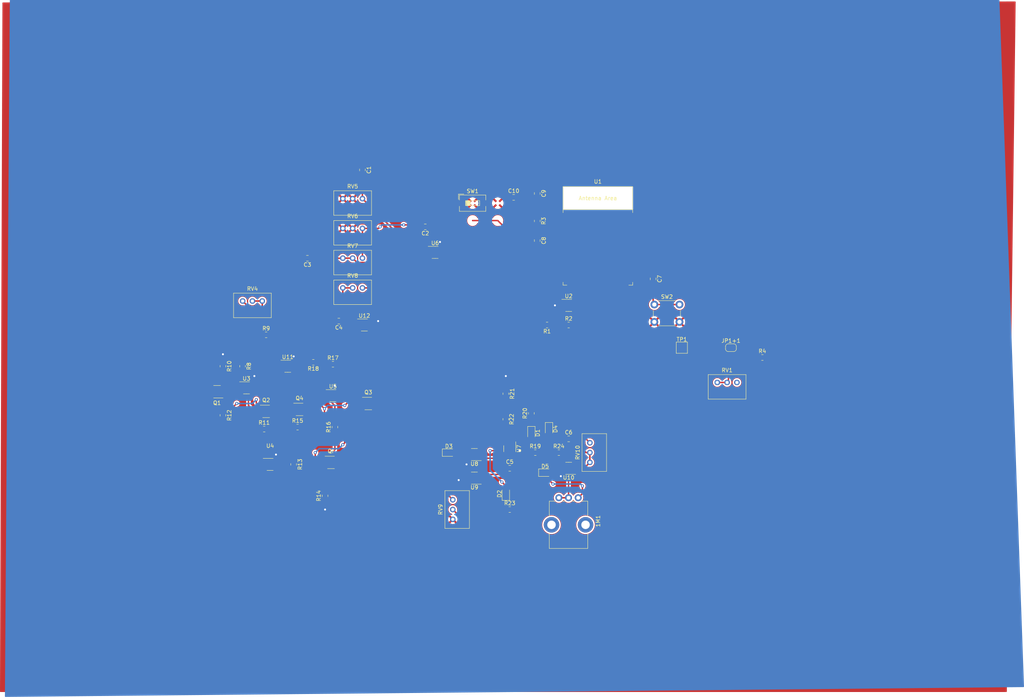
<source format=kicad_pcb>
(kicad_pcb (version 20221018) (generator pcbnew)
  (layers (0 "F.Cu" signal) (31 "B.Cu" signal) (34 "B.Paste" user) (35 "F.Paste" user) (36 "B.SilkS" user "B.Silkscreen") (37 "F.SilkS" user "F.Silkscreen") (38 "B.Mask" user) (39 "F.Mask" user) (44 "Edge.Cuts" user))
  (net 0 "")
  (net 1 "Net-(U6A-+)")
  (net 2 "Net-(U6A--)")
  (net 3 "LowPass Input")
  (net 4 "Net-(U6B-+)")
  (net 5 "GND")
  (net 6 "/2nd Order Filter/Filter Out")
  (net 7 "Net-(U1-GPIO0)")
  (net 8 "Net-(D1-A)")
  (net 9 "Net-(U10-+)")
  (net 10 "Net-(D1-K)")
  (net 11 "Net-(D2-K)")
  (net 12 "Net-(D2-A)")
  (net 13 "Net-(D3-K)")
  (net 14 "Net-(D3-A)")
  (net 15 "Net-(D4-K)")
  (net 16 "Net-(D4-A)")
  (net 17 "Net-(D5-A)")
  (net 18 "Net-(Q1-C)")
  (net 19 "Net-(Q1-B)")
  (net 20 "Net-(Q1-E)")
  (net 21 "Net-(Q2-E)")
  (net 22 "Net-(Q3-C)")
  (net 23 "Net-(Q3-B)")
  (net 24 "Net-(Q3-E)")
  (net 25 "Net-(Q4-E)")
  (net 26 "V_in+")
  (net 27 "Net-(U3-+)")
  (net 28 "Net-(R9-Pad1)")
  (net 29 "+12V")
  (net 30 "Net-(U4--)")
  (net 31 "Net-(U4-+)")
  (net 32 "Net-(U5--)")
  (net 33 "Net-(U5-+)")
  (net 34 "Net-(R17-Pad2)")
  (net 35 "V_Wavefolder+")
  (net 36 "Net-(U7--)")
  (net 37 "Net-(R23-Pad2)")
  (net 38 "Net-(U1-EN)")
  (net 39 "Net-(U10--)")
  (net 40 "+3.3V")
  (net 41 "Net-(U2--)")
  (net 42 "V_inWF+")
  (net 43 "ESP Out")
  (net 44 "V_inW+")
  (net 45 "EN_in+")
  (net 46 "Net-(U6B--)")
  (net 53 "Net-(U1-GPIO17{slash}U1TXD{slash}ADC2_CH6{slash}DAC_1)")
  (net 82 "V_in_EN+")
  (net 83 "Filter Output")
  (net 84 "Net-(JP1+1-A)")
  (net 85 "Net-(JP1+1-B)")
  (net 86 "V_out+")
  (footprint "Capacitor_SMD:C_0805_2012Metric" (layer "F.Cu") (at 63.1105 31.647 -90)
    (fp_text reference "C1")
    (fp_text value "C")
  )
  (footprint "Diode_SMD:D_0805_2012Metric" (layer "F.Cu") (at 110.3545 109.99)
    (fp_text reference "D5")
    (fp_text value "D")
  )
  (footprint "Package_TO_SOT_SMD:SOT-23-5_HandSoldering" (layer "F.Cu") (at 25.5185 89.051 180)
    (fp_text reference "Q1")
    (fp_text value "PNP")
  )
  (footprint "Package_TO_SOT_SMD:SOT-23-5" (layer "F.Cu") (at 33.1385 88.035)
    (fp_text reference "U3")
    (fp_text value "LM321")
  )
  (footprint "Package_TO_SOT_SMD:SOT-23-5_HandSoldering" (layer "F.Cu") (at 38.2185 94.131)
    (fp_text reference "Q2")
    (fp_text value "NPN")
  )
  (footprint "Resistor_SMD:R_0805_2012Metric" (layer "F.Cu") (at 45.3305 107.847 -90)
    (fp_text reference "R13")
    (fp_text value "20k")
  )
  (footprint "Button_Switch_SMD:SW_DIP_SPSTx01_Slide_6.7x4.1mm_W6.73mm_P2.54mm_LowProfile_JPin" (layer "F.Cu") (at 91.61 40.25)
    (fp_text reference "SW1")
    (fp_text value "Reset")
  )
  (footprint "Package_TO_SOT_SMD:TSOT-23-8" (layer "F.Cu") (at 81.9065 52.983)
    (fp_text reference "U6")
    (fp_text value "Opamp_Dual")
  )
  (footprint "Resistor_SMD:R_0805_2012Metric" (layer "F.Cu") (at 50.4105 81.431 180)
    (fp_text reference "R18")
    (fp_text value "1k")
  )
  (footprint "Potentiometer_THT:Potentiometer_Bourns_3299W_Vertical" (layer "F.Cu") (at 63.1205 54.478)
    (fp_text reference "RV7")
    (fp_text value "R_Potentiometer")
  )
  (footprint "Capacitor_SMD:C_0805_2012Metric" (layer "F.Cu") (at 79.3665 46.379 180)
    (fp_text reference "C2")
    (fp_text value "C")
  )
  (footprint "Resistor_SMD:R_0805_2012Metric" (layer "F.Cu") (at 38.2185 74.319)
    (fp_text reference "R9")
    (fp_text value "2k")
  )
  (footprint "Resistor_SMD:R_0805_2012Metric" (layer "F.Cu") (at 101.2105 119.531)
    (fp_text reference "R23")
    (fp_text value "100k")
  )
  (footprint "Package_TO_SOT_SMD:SOT-23-5" (layer "F.Cu") (at 39.2345 107.847)
    (fp_text reference "U4")
    (fp_text value "LM321")
  )
  (footprint "Resistor_SMD:R_0805_2012Metric" (layer "F.Cu") (at 100.1945 89.559 -90)
    (fp_text reference "R21")
    (fp_text value "100k")
  )
  (footprint "Package_TO_SOT_SMD:SOT-23-5_HandSoldering" (layer "F.Cu") (at 46.8545 93.623)
    (fp_text reference "Q4")
    (fp_text value "NPN")
  )
  (footprint "Potentiometer_THT:Potentiometer_Bourns_3299W_Vertical" (layer "F.Cu") (at 159.9535 86.648)
    (fp_text reference "RV1")
    (fp_text value "20k")
  )
  (footprint "Resistor_SMD:R_0805_2012Metric" (layer "F.Cu") (at 32.1225 82.447 -90)
    (fp_text reference "R8")
    (fp_text value "100k")
  )
  (footprint "Capacitor_SMD:C_0805_2012Metric" (layer "F.Cu") (at 108.3225 37.743 -90)
    (fp_text reference "C9")
    (fp_text value "0.1uF")
  )
  (footprint "Jumper:SolderJumper-2_P1.3mm_Bridged_RoundedPad1.0x1.5mm" (layer "F.Cu") (at 158.41 77.65)
    (fp_text reference "JP1+1")
    (fp_text value "SolderJumper_2_Open")
  )
  (footprint "Package_TO_SOT_SMD:SOT-23-5_HandSoldering" (layer "F.Cu") (at 54.9825 107.339)
    (fp_text reference "Qr")
    (fp_text value "PNP")
  )
  (footprint "Resistor_SMD:R_0805_2012Metric" (layer "F.Cu") (at 55.4905 81.939)
    (fp_text reference "R17")
    (fp_text value "220k")
  )
  (footprint "Capacitor_SMD:C_0805_2012Metric" (layer "F.Cu") (at 101.2105 108.863)
    (fp_text reference "C5")
    (fp_text value "1uF")
  )
  (footprint "Resistor_SMD:R_0805_2012Metric" (layer "F.Cu") (at 53.4585 115.975 90)
    (fp_text reference "R14")
    (fp_text value "20k")
  )
  (footprint "Package_TO_SOT_SMD:SOT-23-5_HandSoldering" (layer "F.Cu") (at 64.6345 92.099)
    (fp_text reference "Q3")
    (fp_text value "PNP")
  )
  (footprint "Potentiometer_THT:Potentiometer_Bourns_3299W_Vertical" (layer "F.Cu") (at 63.1205 39.078)
    (fp_text reference "RV5")
    (fp_text value "R_Potentiometer")
  )
  (footprint "Potentiometer_THT:Potentiometer_Bourns_3299W_Vertical" (layer "F.Cu") (at 63.1205 46.778)
    (fp_text reference "RV6")
    (fp_text value "R_Potentiometer")
  )
  (footprint "Button_Switch_THT:SW_PUSH_6mm_H7.3mm" (layer "F.Cu") (at 138.6005 66.481)
    (fp_text reference "SW2")
    (fp_text value "Boot")
  )
  (footprint "Resistor_SMD:R_0805_2012Metric" (layer "F.Cu") (at 107.8145 104.799)
    (fp_text reference "R19")
    (fp_text value "10k")
  )
  (footprint "Package_TO_SOT_SMD:SOT-23-5" (layer "F.Cu") (at 116.4505 108.863 180)
    (fp_text reference "U10")
    (fp_text value "LM321")
  )
  (footprint "Diode_SMD:D_0805_2012Metric" (layer "F.Cu") (at 100.1945 115.467 90)
    (fp_text reference "D2")
    (fp_text value "D")
  )
  (footprint "Resistor_SMD:R_0805_2012Metric" (layer "F.Cu") (at 108.3225 44.855 -90)
    (fp_text reference "R3")
    (fp_text value "10k")
  )
  (footprint "Package_TO_SOT_SMD:SOT-23-5" (layer "F.Cu") (at 101.2105 103.7875 -90)
    (fp_text reference "U7")
    (fp_text value "LM321")
  )
  (footprint "Resistor_SMD:R_0805_2012Metric" (layer "F.Cu") (at 37.7105 98.703)
    (fp_text reference "R11")
    (fp_text value "20k")
  )
  (footprint "TestPoint:TestPoint_Pad_2.5x2.5mm" (layer "F.Cu") (at 145.71 77.65)
    (fp_text reference "TP1")
    (fp_text value "TestPoint")
  )
  (footprint "Resistor_SMD:R_0805_2012Metric" (layer "F.Cu") (at 166.538 80.19)
    (fp_text reference "R4")
    (fp_text value "20k")
  )
  (footprint "Resistor_SMD:R_0805_2012Metric" (layer "F.Cu") (at 27.0425 82.447 -90)
    (fp_text reference "R10")
    (fp_text value "20k")
  )
  (footprint "Capacitor_SMD:C_0805_2012Metric" (layer "F.Cu") (at 57.0145 70.763 180)
    (fp_text reference "C4")
    (fp_text value "C")
  )
  (footprint "Diode_SMD:D_0805_2012Metric" (layer "F.Cu") (at 85.4625 104.799)
    (fp_text reference "D3")
    (fp_text value "D")
  )
  (footprint "Potentiometer_THT:Potentiometer_Bourns_3299W_Vertical" (layer "F.Cu") (at 63.1205 62.178)
    (fp_text reference "RV8")
    (fp_text value "R_Potentiometer")
  )
  (footprint "Resistor_SMD:R_0805_2012Metric" (layer "F.Cu") (at 100.1945 96.163 -90)
    (fp_text reference "R22")
    (fp_text value "47k")
  )
  (footprint "Capacitor_SMD:C_0805_2012Metric" (layer "F.Cu") (at 108.3225 49.935 -90)
    (fp_text reference "C8")
    (fp_text value "0.1uF")
  )
  (footprint "Potentiometer_THT:Potentiometer_Bourns_3299W_Vertical" (layer "F.Cu") (at 86.4785 116.991 90)
    (fp_text reference "RV9")
    (fp_text value "100k")
  )
  (footprint "Resistor_SMD:R_0805_2012Metric" (layer "F.Cu") (at 113.9105 104.799)
    (fp_text reference "R24")
    (fp_text value "1k")
  )
  (footprint "Resistor_SMD:R_0805_2012Metric" (layer "F.Cu") (at 27.0425 95.147 -90)
    (fp_text reference "R12")
    (fp_text value "10k")
  )
  (footprint "Package_TO_SOT_SMD:SOT-23-5" (layer "F.Cu") (at 43.8065 82.447)
    (fp_text reference "U11")
    (fp_text value "LM321")
  )
  (footprint "Package_TO_SOT_SMD:SOT-23-5" (layer "F.Cu") (at 63.6185 71.779)
    (fp_text reference "U12")
    (fp_text value "LM321")
  )
  (footprint "Package_TO_SOT_SMD:SOT-23-5" (layer "F.Cu") (at 92.0665 111.403 180)
    (fp_text reference "U9")
    (fp_text value "LM321")
  )
  (footprint "Resistor_SMD:R_0805_2012Metric" (layer "F.Cu") (at 55.9985 98.195 90)
    (fp_text reference "R16")
    (fp_text value "10k")
  )
  (footprint "Potentiometer_THT:Potentiometer_Bourns_PTV09A-1_Single_Vertical" (layer "F.Cu") (at 113.9105 116.483 -90)
    (fp_text reference "1M1")
    (fp_text value "R_Potentiometer")
  )
  (footprint "Package_TO_SOT_SMD:SOT-23-5" (layer "F.Cu") (at 55.4905 90.067)
    (fp_text reference "U5")
    (fp_text value "LM321")
  )
  (footprint "Package_TO_SOT_SMD:SOT-23-5" (layer "F.Cu") (at 92.0665 105.307 180)
    (fp_text reference "U8")
    (fp_text value "LM321")
  )
  (footprint "Capacitor_SMD:C_0805_2012Metric" (layer "F.Cu") (at 102.2265 38.759)
    (fp_text reference "C10")
    (fp_text value "1uF")
  )
  (footprint "Potentiometer_THT:Potentiometer_Bourns_3299W_Vertical" (layer "F.Cu") (at 37.2125 65.574)
    (fp_text reference "RV4")
    (fp_text value "20k")
  )
  (footprint "Capacitor_SMD:C_0805_2012Metric" (layer "F.Cu") (at 116.4505 101.243)
    (fp_text reference "C6")
    (fp_text value "1uF")
  )
  (footprint "Potentiometer_THT:Potentiometer_Bourns_3299W_Vertical" (layer "F.Cu") (at 121.9295 102.249 90)
    (fp_text reference "RV10")
    (fp_text value "1M")
  )
  (footprint "Capacitor_SMD:C_0805_2012Metric" (layer "F.Cu") (at 138.285081 59.842708 -90)
    (fp_text reference "C7")
    (fp_text value "0.1uF")
  )
  (footprint "Package_TO_SOT_SMD:SOT-23-5" (layer "F.Cu") (at 116.4505 66.699)
    (fp_text reference "U2")
    (fp_text value "LM321")
  )
  (footprint "Diode_SMD:D_0805_2012Metric" (layer "F.Cu") (at 111.3705 98.703 -90)
    (fp_text reference "D4")
    (fp_text value "D")
  )
  (footprint "Resistor_SMD:R_0805_2012Metric" (layer "F.Cu") (at 110.8625 71.779 180)
    (fp_text reference "R1")
    (fp_text value "1k")
  )
  (footprint "PCM_Espressif:ESP32-S2-SOLO" (layer "F.Cu") (at 123.994 51.718)
    (fp_text reference "U1")
    (fp_text value "ESP32-S2-SOLO")
  )
  (footprint "Diode_SMD:D_0805_2012Metric" (layer "F.Cu") (at 106.7985 99.719 -90)
    (fp_text reference "D1")
    (fp_text value "~")
  )
  (footprint "Resistor_SMD:R_0805_2012Metric" (layer "F.Cu") (at 46.3465 98.195)
    (fp_text reference "R15")
    (fp_text value "20k")
  )
  (footprint "Resistor_SMD:R_0805_2012Metric" (layer "F.Cu") (at 106.7985 94.639 90)
    (fp_text reference "R20")
    (fp_text value "100k")
  )
  (footprint "Capacitor_SMD:C_0805_2012Metric" (layer "F.Cu") (at 48.8865 54.507 180)
    (fp_text reference "C3")
    (fp_text value "C")
  )
  (footprint "Resistor_SMD:R_0805_2012Metric" (layer "F.Cu") (at 116.4505 71.779)
    (fp_text reference "R2")
    (fp_text value "1.7k")
  )
  (segment (start 63.1105 32.597) (end 63.1105 39.068) (width 0.381) (layer "F.Cu") (net 1))
  (segment (start 77.3505 53.308) (end 80.769 53.308) (width 0.381) (layer "F.Cu") (net 1))
  (segment (start 63.1205 39.078) (end 77.3505 53.308) (width 0.381) (layer "F.Cu") (net 1))
  (segment (start 63.1105 39.068) (end 63.1205 39.078) (width 0.381) (layer "F.Cu") (net 1))
  (segment (start 80.3165 51.5555) (end 80.769 52.008) (width 0.381) (layer "F.Cu") (net 2))
  (segment (start 80.769 52.008) (end 80.769 52.658) (width 0.381) (layer "F.Cu") (net 2))
  (segment (start 80.3165 46.379) (end 80.3165 51.5555) (width 0.381) (layer "F.Cu") (net 2))
  (segment (start 67.2835 46.778) (end 67.6825 46.379) (width 0.381) (layer "F.Cu") (net 3))
  (segment (start 73.7785 45.871) (end 77.9085 45.871) (width 0.381) (layer "F.Cu") (net 3))
  (segment (start 77.9085 45.871) (end 78.4165 46.379) (width 0.381) (layer "F.Cu") (net 3))
  (segment (start 63.1205 46.778) (end 63.1205 54.478) (width 0.381) (layer "F.Cu") (net 3))
  (segment (start 63.1205 46.778) (end 67.2835 46.778) (width 0.381) (layer "F.Cu") (net 3))
  (via (at 67.6825 46.379) (size 0.8) (drill 0.4) (layers "F.Cu" "B.Cu") (net 3))
  (via (at 73.7785 45.871) (size 0.8) (drill 0.4) (layers "F.Cu" "B.Cu") (net 3))
  (segment (start 67.6825 46.379) (end 68.1905 45.871) (width 0.381) (layer "B.Cu") (net 3))
  (segment (start 68.1905 45.871) (end 73.7785 45.871) (width 0.381) (layer "B.Cu") (net 3))
  (segment (start 58.0115 54.507) (end 58.0405 54.478) (width 0.381) (layer "F.Cu") (net 4))
  (segment (start 61.691 55.5885) (end 81.4135 55.5885) (width 0.381) (layer "F.Cu") (net 4))
  (segment (start 60.5805 54.478) (end 61.691 55.5885) (width 0.381) (layer "F.Cu") (net 4))
  (segment (start 49.8365 54.507) (end 58.0115 54.507) (width 0.381) (layer "F.Cu") (net 4))
  (segment (start 81.4135 55.5885) (end 83.044 53.958) (width 0.381) (layer "F.Cu") (net 4))
  (segment (start 58.0405 54.478) (end 60.5805 54.478) (width 0.381) (layer "F.Cu") (net 4))
  (segment (start 61.719001 71.8785) (end 57.18 71.8785) (width 0.381) (layer "F.Cu") (net 5))
  (segment (start 62.481 71.779) (end 61.818501 71.779) (width 0.381) (layer "F.Cu") (net 5))
  (segment (start 123.894 52.578) (end 122.494 52.578) (width 0.762) (layer "F.Cu") (net 5))
  (segment (start 121.094 51.178) (end 121.094 52.578) (width 0.762) (layer "F.Cu") (net 5))
  (segment (start 45.61552 82.63748) (end 53.04504 90.067) (width 0.381) (layer "F.Cu") (net 5))
  (segment (start 61.818501 71.779) (end 61.719001 71.8785) (width 0.381) (layer "F.Cu") (net 5))
  (segment (start 122.494 52.578) (end 122.494 51.178) (width 0.762) (layer "F.Cu") (net 5))
  (segment (start 38.623 98.703) (end 40.739 96.587) (width 0.381) (layer "F.Cu") (net 5))
  (segment (start 39.34748 85.48748) (end 39.34748 85.28748) (width 0.381) (layer "F.Cu") (net 5))
  (segment (start 36.59996 88.035) (end 39.34748 85.28748) (width 0.381) (layer "F.Cu") (net 5))
  (segment (start 32.001 88.035) (end 36.59996 88.035) (width 0.381) (layer "F.Cu") (net 5))
  (segment (start 67.982805 45.654) (end 61.7045 45.654) (width 0.25) (layer "F.Cu") (net 5))
  (segment (start 76.286805 53.958) (end 67.982805 45.654) (width 0.25) (layer "F.Cu") (net 5))
  (segment (start 122.494 52.578) (end 121.094 52.578) (width 0.762) (layer "F.Cu") (net 5))
  (segment (start 121.094 51.178) (end 121.094 49.778) (width 0.762) (layer "F.Cu") (net 5))
  (segment (start 42.18796 82.447) (end 42.669 82.447) (width 0.381) (layer "F.Cu") (net 5))
  (segment (start 61.7045 45.654) (end 60.5805 46.778) (width 0.25) (layer "F.Cu") (net 5))
  (segment (start 39.34748 85.28748) (end 41.99748 82.63748) (width 0.381) (layer "F.Cu") (net 5))
  (segment (start 41.99748 82.63748) (end 42.18796 82.447) (width 0.381) (layer "F.Cu") (net 5))
  (segment (start 121.094 51.178) (end 122.494 51.178) (width 0.762) (layer "F.Cu") (net 5))
  (segment (start 121.094 49.778) (end 122.494 49.778) (width 0.762) (layer "F.Cu") (net 5))
  (segment (start 123.894 49.778) (end 122.494 49.778) (width 0.762) (layer "F.Cu") (net 5))
  (segment (start 122.494 49.778) (end 122.494 51.178) (width 0.762) (layer "F.Cu") (net 5))
  (segment (start 57.18 71.8785) (end 56.0645 70.763) (width 0.381) (layer "F.Cu") (net 5))
  (segment (start 123.894 51.178) (end 123.894 49.778) (width 0.762) (layer "F.Cu") (net 5))
  (segment (start 41.99748 82.63748) (end 45.61552 82.63748) (width 0.381) (layer "F.Cu") (net 5))
  (segment (start 40.739 96.587) (end 40.739 86.879) (width 0.381) (layer "F.Cu") (net 5))
  (segment (start 123.894 51.178) (end 123.894 52.578) (width 0.762) (layer "F.Cu") (net 5))
  (segment (start 122.494 51.178) (end 123.894 51.178) (width 0.762) (layer "F.Cu") (net 5))
  (segment (start 53.04504 90.067) (end 54.353 90.067) (width 0.381) (layer "F.Cu") (net 5))
  (segment (start 40.739 86.879) (end 39.34748 85.48748) (width 0.381) (layer "F.Cu") (net 5))
  (segment (start 80.769 53.958) (end 76.286805 53.958) (width 0.25) (layer "F.Cu") (net 5))
  (segment (start 58.0405 70.687) (end 57.9645 70.763) (width 0.381) (layer "F.Cu") (net 6))
  (segment (start 58.0405 62.178) (end 58.0405 70.687) (width 0.381) (layer "F.Cu") (net 6))
  (segment (start 60.5805 62.178) (end 58.0405 62.178) (width 0.381) (layer "F.Cu") (net 6))
  (segment (start 138.6005 66.481) (end 145.1005 66.481) (width 0.381) (layer "F.Cu") (net 7))
  (segment (start 137.460373 59.968) (end 138.285081 60.792708) (width 0.381) (layer "F.Cu") (net 7))
  (segment (start 132.744 59.968) (end 137.460373 59.968) (width 0.381) (layer "F.Cu") (net 7))
  (segment (start 138.285081 66.165581) (end 138.6005 66.481) (width 0.381) (layer "F.Cu") (net 7))
  (segment (start 138.2285 66.109) (end 138.6005 66.481) (width 0.381) (layer "F.Cu") (net 7))
  (segment (start 138.285081 60.792708) (end 138.285081 66.165581) (width 0.381) (layer "F.Cu") (net 7))
  (segment (start 106.2245 104.799) (end 102.1605 108.863) (width 0.381) (layer "F.Cu") (net 8))
  (segment (start 106.7985 104.6955) (end 106.902 104.799) (width 0.381) (layer "F.Cu") (net 8))
  (segment (start 106.7985 100.6565) (end 106.7985 104.6955) (width 0.381) (layer "F.Cu") (net 8))
  (segment (start 106.902 104.799) (end 106.2245 104.799) (width 0.381) (layer "F.Cu") (net 8))
  (segment (start 116.4105 110.9905) (end 116.4105 116.483) (width 0.381) (layer "F.Cu") (net 9))
  (segment (start 116.4105 116.483) (end 113.9105 116.483) (width 0.381) (layer "F.Cu") (net 9))
  (segment (start 120.9465 104.789) (end 121.9295 104.789) (width 0.381) (layer "F.Cu") (net 9))
  (segment (start 121.9295 107.329) (end 119.4455 109.813) (width 0.381) (layer "F.Cu") (net 9))
  (segment (start 119.4455 109.813) (end 117.588 109.813) (width 0.381) (layer "F.Cu") (net 9))
  (segment (start 117.4005 101.243) (end 120.9465 104.789) (width 0.381) (layer "F.Cu") (net 9))
  (segment (start 121.9295 104.789) (end 121.9295 107.329) (width 0.381) (layer "F.Cu") (net 9))
  (segment (start 117.588 109.813) (end 116.4105 110.9905) (width 0.381) (layer "F.Cu") (net 9))
  (segment (start 106.0245 98.7815) (end 106.7985 98.7815) (width 0.381) (layer "F.Cu") (net 10))
  (segment (start 102.1605 102.6455) (end 106.0245 98.7815) (width 0.381) (layer "F.Cu") (net 10))
  (segment (start 106.7985 95.5515) (end 106.7985 98.7815) (width 0.381) (layer "F.Cu") (net 10))
  (segment (start 93.204 112.353) (end 96.143 112.353) (width 0.381) (layer "F.Cu") (net 11))
  (segment (start 100.1945 119.4275) (end 100.298 119.531) (width 0.381) (layer "F.Cu") (net 11))
  (segment (start 96.143 112.353) (end 100.1945 116.4045) (width 0.381) (layer "F.Cu") (net 11))
  (segment (start 100.1945 116.4045) (end 100.1945 119.4275) (width 0.381) (layer "F.Cu") (net 11))
  (segment (start 96.1305 104.291) (end 99.631 104.291) (width 0.381) (layer "F.Cu") (net 12))
  (segment (start 100.1945 114.5295) (end 100.1945 113.435) (width 0.381) (layer "F.Cu") (net 12))
  (segment (start 99.631 104.291) (end 100.2605 104.9205) (width 0.381) (layer "F.Cu") (net 12))
  (segment (start 100.1945 113.435) (end 99.1785 112.419) (width 0.381) (layer "F.Cu") (net 12))
  (via (at 96.1305 104.291) (size 0.8) (drill 0.4) (layers "F.Cu" "B.Cu") (net 12))
  (via (at 99.1785 112.419) (size 0.8) (drill 0.4) (layers "F.Cu" "B.Cu") (net 12))
  (segment (start 96.1305 109.371) (end 96.1305 104.291) (width 0.381) (layer "B.Cu") (net 12))
  (segment (start 99.1785 112.419) (end 96.1305 109.371) (width 0.381) (layer "B.Cu") (net 12))
  (segment (start 84.525 115.0375) (end 86.4785 116.991) (width 0.381) (layer "F.Cu") (net 13))
  (segment (start 84.525 104.799) (end 84.525 115.0375) (width 0.381) (layer "F.Cu") (net 13))
  (segment (start 86.4 104.799) (end 90.487 104.799) (width 0.381) (layer "F.Cu") (net 14))
  (segment (start 90.487 104.799) (end 90.929 104.357) (width 0.381) (layer "F.Cu") (net 14))
  (segment (start 111.3705 97.7655) (end 117.446 97.7655) (width 0.381) (layer "F.Cu") (net 15))
  (segment (start 117.446 97.7655) (end 121.9295 102.249) (width 0.381) (layer "F.Cu") (net 15))
  (segment (start 108.954 110.453) (end 109.417 109.99) (width 0.381) (layer "F.Cu") (net 16))
  (segment (start 93.204 110.453) (end 90.929 110.453) (width 0.381) (layer "F.Cu") (net 16))
  (segment (start 111.3705 108.0365) (end 111.3705 99.6405) (width 0.381) (layer "F.Cu") (net 16))
  (segment (start 93.204 110.453) (end 108.954 110.453) (width 0.381) (layer "F.Cu") (net 16))
  (segment (start 109.417 109.99) (end 111.3705 108.0365) (width 0.381) (layer "F.Cu") (net 16))
  (segment (start 120.0065 115.387) (end 118.9105 116.483) (width 0.381) (layer "F.Cu") (net 17))
  (segment (start 111.292 109.99) (end 111.292 111.8325) (width 0.381) (layer "F.Cu") (net 17))
  (segment (start 111.292 111.8325) (end 112.3865 112.927) (width 0.381) (layer "F.Cu") (net 17))
  (segment (start 120.0065 113.435) (end 120.0065 115.387) (width 0.381) (layer "F.Cu") (net 17))
  (via (at 112.3865 112.927) (size 0.8) (drill 0.4) (layers "F.Cu" "B.Cu") (net 17))
  (via (at 120.0065 113.435) (size 0.8) (drill 0.4) (layers "F.Cu" "B.Cu") (net 17))
  (segment (start 119.4985 112.927) (end 120.0065 113.435) (width 0.381) (layer "B.Cu") (net 17))
  (segment (start 112.3865 112.927) (end 119.4985 112.927) (width 0.381) (layer "B.Cu") (net 17))
  (segment (start 35.6785 91.083) (end 35.6785 91.991) (width 0.381) (layer "F.Cu") (net 18))
  (segment (start 26.8685 90.001) (end 26.8685 94.0605) (width 0.381) (layer "F.Cu") (net 18))
  (segment (start 35.6785 91.991) (end 36.8685 93.181) (width 0.381) (layer "F.Cu") (net 18))
  (segment (start 26.8685 94.0605) (end 27.0425 94.2345) (width 0.381) (layer "F.Cu") (net 18))
  (segment (start 28.463 94.2345) (end 30.5985 92.099) (width 0.381) (layer "F.Cu") (net 18))
  (segment (start 27.0425 94.2345) (end 28.463 94.2345) (width 0.381) (layer "F.Cu") (net 18))
  (via (at 35.6785 91.083) (size 0.8) (drill 0.4) (layers "F.Cu" "B.Cu") (net 18))
  (via (at 30.5985 92.099) (size 0.8) (drill 0.4) (layers "F.Cu" "B.Cu") (net 18))
  (segment (start 30.5985 92.099) (end 34.6625 92.099) (width 0.381) (layer "B.Cu") (net 18))
  (segment (start 34.6625 92.099) (end 35.6785 91.083) (width 0.381) (layer "B.Cu") (net 18))
  (segment (start 33.6465 92.607) (end 35.1705 94.131) (width 0.381) (layer "F.Cu") (net 19))
  (segment (start 34.276 88.985) (end 33.6465 89.6145) (width 0.381) (layer "F.Cu") (net 19))
  (segment (start 33.6465 89.6145) (end 33.6465 92.607) (width 0.381) (layer "F.Cu") (net 19))
  (segment (start 32.001 88.985) (end 34.276 88.985) (width 0.381) (layer "F.Cu") (net 19))
  (segment (start 31.935 89.051) (end 32.001 88.985) (width 0.381) (layer "F.Cu") (net 19))
  (segment (start 35.1705 94.131) (end 36.8685 94.131) (width 0.381) (layer "F.Cu") (net 19))
  (segment (start 26.8685 89.051) (end 31.935 89.051) (width 0.381) (layer "F.Cu") (net 19))
  (segment (start 27.0425 83.3595) (end 27.0425 87.927) (width 0.381) (layer "F.Cu") (net 20))
  (segment (start 27.0425 87.927) (end 26.8685 88.101) (width 0.381) (layer "F.Cu") (net 20))
  (segment (start 36.8685 95.081) (end 36.8685 98.6325) (width 0.381) (layer "F.Cu") (net 21))
  (segment (start 36.8685 98.6325) (end 36.798 98.703) (width 0.381) (layer "F.Cu") (net 21))
  (segment (start 63.2845 91.149) (end 59.9965 91.149) (width 0.381) (layer "F.Cu") (net 22))
  (segment (start 53.3 93.4645) (end 49.9025 90.067) (width 0.381) (layer "F.Cu") (net 22))
  (segment (start 59.9965 91.149) (end 58.5385 92.607) (width 0.381) (layer "F.Cu") (net 22))
  (segment (start 53.3 96.409) (end 53.3 93.4645) (width 0.381) (layer "F.Cu") (net 22))
  (segment (start 55.9985 99.1075) (end 53.3 96.409) (width 0.381) (layer "F.Cu") (net 22))
  (segment (start 49.9025 90.067) (end 48.1105 90.067) (width 0.381) (layer "F.Cu") (net 22))
  (segment (start 48.1105 90.067) (end 45.5045 92.673) (width 0.381) (layer "F.Cu") (net 22))
  (segment (start 55.9985 104.023) (end 53.6325 106.389) (width 0.381) (layer "F.Cu") (net 22))
  (segment (start 55.9985 99.1075) (end 55.9985 104.023) (width 0.381) (layer "F.Cu") (net 22))
  (via (at 53.3 93.4645) (size 0.8) (drill 0.4) (layers "F.Cu" "B.Cu") (net 22))
  (via (at 58.5385 92.607) (size 0.8) (drill 0.4) (layers "F.Cu" "B.Cu") (net 22))
  (segment (start 54.1575 92.607) (end 53.3 93.4645) (width 0.381) (layer "B.Cu") (net 22))
  (segment (start 58.5385 92.607) (end 54.1575 92.607) (width 0.381) (layer "B.Cu") (net 22))
  (segment (start 46.421 104.3655) (end 46.421 107.669) (width 0.381) (layer "F.Cu") (net 23))
  (segment (start 58.5385 95.684) (end 58.5385 102.259) (width 0.381) (layer "F.Cu") (net 23))
  (segment (start 46.421 107.669) (end 45.3305 108.7595) (width 0.381) (layer "F.Cu") (net 23))
  (segment (start 58.5385 102.259) (end 58.0305 102.767) (width 0.381) (layer "F.Cu") (net 23))
  (segment (start 46.751 107.339) (end 45.3305 108.7595) (width 0.381) (layer "F.Cu") (net 23))
  (segment (start 53.6325 107.339) (end 46.751 107.339) (width 0.381) (layer "F.Cu") (net 23))
  (segment (start 50.9185 104.799) (end 50.9185 106.323) (width 0.381) (layer "F.Cu") (net 23))
  (segment (start 42.7905 100.735) (end 46.421 104.3655) (width 0.381) (layer "F.Cu") (net 23))
  (segment (start 44.5685 93.623) (end 42.7905 95.401) (width 0.381) (layer "F.Cu") (net 23))
  (segment (start 50.9185 106.323) (end 51.9345 107.339) (width 0.381) (layer "F.Cu") (net 23))
  (segment (start 42.7905 95.401) (end 42.7905 100.735) (width 0.381) (layer "F.Cu") (net 23))
  (segment (start 45.5045 93.623) (end 44.5685 93.623) (width 0.381) (layer "F.Cu") (net 23))
  (segment (start 45.293 108.797) (end 45.3305 108.7595) (width 0.381) (layer "F.Cu") (net 23))
  (segment (start 62.1235 92.099) (end 58.5385 95.684) (width 0.381) (layer "F.Cu") (net 23))
  (segment (start 51.9345 107.339) (end 53.6325 107.339) (width 0.381) (layer "F.Cu") (net 23))
  (segment (start 63.2845 92.099) (end 62.1235 92.099) (width 0.381) (layer "F.Cu") (net 23))
  (segment (start 40.372 108.797) (end 45.293 108.797) (width 0.381) (layer "F.Cu") (net 23))
  (via (at 50.9185 104.799) (size 0.8) (drill 0.4) (layers "F.Cu" "B.Cu") (net 23))
  (via (at 58.0305 102.767) (size 0.8) (drill 0.4) (layers "F.Cu" "B.Cu") (net 23))
  (segment (start 51.9345 103.783) (end 57.0145 103.783) (width 0.381) (layer "B.Cu") (net 23))
  (segment (start 57.0145 103.783) (end 58.0305 102.767) (width 0.381) (layer "B.Cu") (net 23))
  (segment (start 50.9185 104.799) (end 51.9345 103.783) (width 0.381) (layer "B.Cu") (net 23))
  (segment (start 63.2845 103.223) (end 56.6285 109.879) (width 0.381) (layer "F.Cu") (net 24))
  (segment (start 63.2845 93.049) (end 63.2845 103.223) (width 0.381) (layer "F.Cu") (net 24))
  (segment (start 56.6285 109.879) (end 53.6325 109.879) (width 0.381) (layer "F.Cu") (net 24))
  (segment (start 53.6325 108.289) (end 53.6325 109.879) (width 0.381) (layer "F.Cu") (net 24))
  (segment (start 53.6325 114.8885) (end 53.4585 115.0625) (width 0.381) (layer "F.Cu") (net 24))
  (segment (start 53.6325 109.879) (end 53.6325 114.8885) (width 0.381) (layer "F.Cu") (net 24))
  (segment (start 45.5045 94.573) (end 45.5045 98.1245) (width 0.381) (layer "F.Cu") (net 25))
  (segment (start 45.5045 98.1245) (end 45.434 98.195) (width 0.381) (layer "F.Cu") (net 25))
  (segment (start 100.2605 108.863) (end 97.6545 106.257) (width 0.381) (layer "F.Cu") (net 26))
  (segment (start 97.6545 106.257) (end 93.204 106.257) (width 0.381) (layer "F.Cu") (net 26))
  (segment (start 32.1325 65.574) (end 33.213 66.6545) (width 0.381) (layer "F.Cu") (net 27))
  (segment (start 32.1225 83.3595) (end 32.1225 86.9635) (width 0.381) (layer "F.Cu") (net 27))
  (segment (start 33.213 66.6545) (end 33.213 82.269) (width 0.381) (layer "F.Cu") (net 27))
  (segment (start 33.213 82.269) (end 32.1225 83.3595) (width 0.381) (layer "F.Cu") (net 27))
  (segment (start 32.1225 86.9635) (end 32.001 87.085) (width 0.381) (layer "F.Cu") (net 27))
  (segment (start 34.6725 65.574) (end 37.2125 65.574) (width 0.381) (layer "F.Cu") (net 28))
  (segment (start 37.2125 65.574) (end 37.2125 74.2255) (width 0.381) (layer "F.Cu") (net 28))
  (segment (start 37.2125 74.2255) (end 37.306 74.319) (width 0.381) (layer "F.Cu") (net 28))
  (segment (start 103.121 104.9205) (end 103.7505 104.291) (width 0.762) (layer "F.Cu") (net 29))
  (segment (start 64.756 70.829) (end 67.1085 70.829) (width 0.762) (layer "F.Cu") (net 29))
  (segment (start 67.1085 70.829) (end 67.1745 70.763) (width 0.762) (layer "F.Cu") (net 29))
  (segment (start 56.628 89.117) (end 56.628 88.1565) (width 0.762) (layer "F.Cu") (net 29))
  (segment (start 34.276 87.085) (end 34.276 85.8815) (width 0.762) (layer "F.Cu") (net 29))
  (segment (start 83.044 50.4231) (end 83.1765 50.2906) (width 0.381) (layer "F.Cu") (net 29))
  (segment (start 115.313 110.0005) (end 114.4185 110.895) (width 0.762) (layer "F.Cu") (net 29))
  (segment (start 90.929 106.9525) (end 90.0345 107.847) (width 0.762) (layer "F.Cu") (net 29))
  (segment (start 34.276 85.8815) (end 35.1705 84.987) (width 0.762) (layer "F.Cu") (net 29))
  (segment (start 44.944 80.2935) (end 45.3305 79.907) (width 0.762) (layer "F.Cu") (net 29))
  (segment (start 40.372 105.6935) (end 40.7585 105.307) (width 0.762) (layer "F.Cu") (net 29))
  (segment (start 102.1605 104.9205) (end 103.121 104.9205) (width 0.762) (layer "F.Cu") (net 29))
  (segment (start 115.313 66.699) (end 112.8945 66.699) (width 0.762) (layer "F.Cu") (net 29))
  (segment (start 90.929 112.353) (end 88.4445 112.353) (width 0.762) (layer "F.Cu") (net 29))
  (segment (start 90.929 106.257) (end 90.929 106.9525) (width 0.762) (layer "F.Cu") (net 29))
  (segment (start 83.044 52.008) (end 83.044 50.4231) (width 0.381) (layer "F.Cu") (net 29))
  (segment (start 27.0425 81.5345) (end 27.0425 79.3482) (width 0.762) (layer "F.Cu") (net 29))
  (segment (start 53.4585 116.8875) (end 53.4585 119.531) (width 0.762) (layer "F.Cu") (net 29))
  (segment (start 44.944 81.497) (end 44.944 80.2935) (width 0.762) (layer "F.Cu") (net 29))
  (segment (start 40.372 106.897) (end 40.372 105.6935) (width 0.762) (layer "F.Cu") (net 29))
  (segment (start 56.628 88.1565) (end 55.9985 87.527) (width 0.762) (layer "F.Cu") (net 29))
  (segment (start 115.313 109.813) (end 115.313 110.0005) (width 0.762) (layer "F.Cu") (net 29))
  (segment (start 88.4445 112.353) (end 88.0025 111.911) (width 0.762) (layer "F.Cu") (net 29))
  (segment (start 100.1945 88.6465) (end 100.1945 84.987) (width 0.762) (layer "F.Cu") (net 29))
  (via (at 100.1945 84.987) (size 0.889) (drill 0.508) (layers "F.Cu" "B.Cu") (net 29))
  (via (at 67.1745 70.763) (size 0.889) (drill 0.508) (layers "F.Cu" "B.Cu") (net 29))
  (via (at 55.9985 87.527) (size 0.889) (drill 0.508) (layers "F.Cu" "B.Cu") (net 29))
  (via (at 112.8945 66.699) (size 0.889) (drill 0.508) (layers "F.Cu" "B.Cu") (net 29))
  (via (at 114.4185 110.895) (size 0.889) (drill 0.508) (layers "F.Cu" "B.Cu") (net 29))
  (via (at 35.1705 84.987) (size 0.889) (drill 0.508) (layers "F.Cu" "B.Cu") (net 29))
  (via (at 103.7505 104.291) (size 0.889) (drill 0.508) (layers "F.Cu" "B.Cu") (net 29))
  (via (at 27.0425 79.3482) (size 0.889) (drill 0.508) (layers "F.Cu" "B.Cu") (net 29))
  (via (at 88.0025 111.911) (size 0.889) (drill 0.508) (layers "F.Cu" "B.Cu") (net 29))
  (via (at 90.0345 107.847) (size 0.889) (drill 0.508) (layers "F.Cu" "B.Cu") (net 29))
  (via (at 45.3305 79.907) (size 0.889) (drill 0.508) (layers "F.Cu" "B.Cu") (net 29))
  (via (at 40.7585 105.307) (size 0.889) (drill 0.508) (layers "F.Cu" "B.Cu") (net 29))
  (via (at 83.1765 50.2906) (size 0.889) (drill 0.508) (layers "F.Cu" "B.Cu") (net 29))
  (via (at 53.4585 119.531) (size 0.889) (drill 0.508) (layers "F.Cu" "B.Cu") (net 29))
  (segment (start 27.0425 101.243) (end 34.5965 108.797) (width 0.381) (layer "F.Cu") (net 30))
  (segment (start 34.5965 108.797) (end 38.097 108.797) (width 0.381) (layer "F.Cu") (net 30))
  (segment (start 27.0425 96.0595) (end 27.0425 101.243) (width 0.381) (layer "F.Cu") (net 30))
  (segment (start 44.3145 103.783) (end 45.3305 104.799) (width 0.381) (layer "F.Cu") (net 31))
  (segment (start 38.097 106.897) (end 38.097 104.4125) (width 0.381) (layer "F.Cu") (net 31))
  (segment (start 38.7265 103.783) (end 44.3145 103.783) (width 0.381) (layer "F.Cu") (net 31))
  (segment (start 38.097 104.4125) (end 38.7265 103.783) (width 0.381) (layer "F.Cu") (net 31))
  (segment (start 45.3305 104.799) (end 45.3305 106.9345) (width 0.381) (layer "F.Cu") (net 31))
  (segment (start 55.9985 97.2825) (end 55.9985 92.6625) (width 0.381) (layer "F.Cu") (net 32))
  (segment (start 55.9985 92.6625) (end 54.353 91.017) (width 0.381) (layer "F.Cu") (net 32))
  (segment (start 54.578 81.939) (end 54.578 88.892) (width 0.381) (layer "F.Cu") (net 33))
  (segment (start 54.578 88.892) (end 54.353 89.117) (width 0.381) (layer "F.Cu") (net 33))
  (segment (start 51.9055 80.8485) (end 51.323 81.431) (width 0.381) (layer "F.Cu") (net 34))
  (segment (start 55.3125 80.8485) (end 51.9055 80.8485) (width 0.381) (layer "F.Cu") (net 34))
  (segment (start 56.403 81.939) (end 57.681 83.217) (width 0.381) (layer "F.Cu") (net 34))
  (segment (start 57.681 89.964) (end 56.628 91.017) (width 0.381) (layer "F.Cu") (net 34))
  (segment (start 56.403 81.939) (end 55.3125 80.8485) (width 0.381) (layer "F.Cu") (net 34))
  (segment (start 57.681 83.217) (end 57.681 89.964) (width 0.381) (layer "F.Cu") (net 34))
  (segment (start 43.8065 78.383) (end 42.669 79.5205) (width 0.381) (layer "F.Cu") (net 35))
  (segment (start 49.498 81.431) (end 49.498 79.5025) (width 0.381) (layer "F.Cu") (net 35))
  (segment (start 48.3785 78.383) (end 43.8065 78.383) (width 0.381) (layer "F.Cu") (net 35))
  (segment (start 49.498 79.5025) (end 48.3785 78.383) (width 0.381) (layer "F.Cu") (net 35))
  (segment (start 42.669 79.5205) (end 42.669 81.497) (width 0.381) (layer "F.Cu") (net 35))
  (segment (start 99.583 95.2505) (end 94.6065 100.227) (width 0.381) (layer "F.Cu") (net 36))
  (segment (start 93.204 101.6295) (end 93.204 104.357) (width 0.381) (layer "F.Cu") (net 36))
  (segment (start 97.842 100.227) (end 94.6065 100.227) (width 0.381) (layer "F.Cu") (net 36))
  (segment (start 100.1945 95.2505) (end 99.583 95.2505) (width 0.381) (layer "F.Cu") (net 36))
  (segment (start 100.1945 90.4715) (end 100.1945 95.2505) (width 0.381) (layer "F.Cu") (net 36))
  (segment (start 94.6065 100.227) (end 93.204 101.6295) (width 0.381) (layer "F.Cu") (net 36))
  (segment (start 100.2605 102.6455) (end 97.842 100.227) (width 0.381) (layer "F.Cu") (net 36))
  (segment (start 99.583 122.071) (end 102.123 119.531) (width 0.381) (layer "F.Cu") (net 37))
  (segment (start 89.0185 122.071) (end 99.583 122.071) (width 0.381) (layer "F.Cu") (net 37))
  (segment (start 86.4785 119.531) (end 89.0185 122.071) (width 0.381) (layer "F.Cu") (net 37))
  (segment (start 91.61 44.75) (end 98.11 44.75) (width 0.381) (layer "F.Cu") (net 38))
  (segment (start 108.3225 45.7675) (end 103.155 45.7675) (width 0.381) (layer "F.Cu") (net 38))
  (segment (start 98.11 44.75) (end 100.247 46.887) (width 0.381) (layer "F.Cu") (net 38))
  (segment (start 108.3225 45.7675) (end 108.3225 48.985) (width 0.381) (layer "F.Cu") (net 38))
  (segment (start 108.553 45.998) (end 108.3225 45.7675) (width 0.381) (layer "F.Cu") (net 38))
  (segment (start 115.244 45.998) (end 108.553 45.998) (width 0.381) (layer "F.Cu") (net 38))
  (segment (start 103.155 45.7675) (end 102.0355 46.887) (width 0.381) (layer "F.Cu") (net 38))
  (segment (start 100.247 46.887) (end 102.0355 46.887) (width 0.381) (layer "F.Cu") (net 38))
  (segment (start 115.313 107.913) (end 117.588 107.913) (width 0.381) (layer "F.Cu") (net 39))
  (segment (start 114.823 104.799) (end 114.823 107.423) (width 0.381) (layer "F.Cu") (net 39))
  (segment (start 114.823 107.423) (end 115.313 107.913) (width 0.381) (layer "F.Cu") (net 39))
  (segment (start 108.3225 38.693) (end 108.3225 43.9425) (width 0.381) (layer "F.Cu") (net 40))
  (segment (start 108.2565 38.759) (end 108.3225 38.693) (width 0.381) (layer "F.Cu") (net 40))
  (segment (start 103.1765 38.759) (end 108.2565 38.759) (width 0.381) (layer "F.Cu") (net 40))
  (segment (start 108.3225 43.9425) (end 109.108 44.728) (width 0.381) (layer "F.Cu") (net 40))
  (segment (start 109.108 44.728) (end 115.244 44.728) (width 0.381) (layer "F.Cu") (net 40))
  (segment (start 115.313 71.554) (end 115.538 71.779) (width 0.381) (layer "F.Cu") (net 41))
  (segment (start 115.538 71.779) (end 111.775 71.779) (width 0.381) (layer "F.Cu") (net 41))
  (segment (start 115.313 67.649) (end 115.313 71.554) (width 0.381) (layer "F.Cu") (net 41))
  (segment (start 64.756 72.729) (end 62.481 72.729) (width 0.381) (layer "F.Cu") (net 42))
  (segment (start 117.363 67.874) (end 117.588 67.649) (width 0.381) (layer "F.Cu") (net 43))
  (segment (start 117.363 71.779) (end 117.363 67.874) (width 0.381) (layer "F.Cu") (net 43))
  (segment (start 83.78899 53.308) (end 83.044 53.308) (width 0.381) (layer "F.Cu") (net 46))
  (segment (start 80.8395 62.178) (end 84.097 58.9205) (width 0.381) (layer "F.Cu") (net 46))
  (segment (start 84.097 58.9205) (end 84.097 53.61601) (width 0.381) (layer "F.Cu") (net 46))
  (segment (start 84.097 53.61601) (end 83.78899 53.308) (width 0.381) (layer "F.Cu") (net 46))
  (segment (start 63.1205 62.178) (end 80.8395 62.178) (width 0.381) (layer "F.Cu") (net 46))
  (segment (start 83.044 52.983) (end 83.044 53.308) (width 0.381) (layer "F.Cu") (net 46))
  (segment (start 113.4025 56.031) (end 114.5455 54.888) (width 0.381) (layer "F.Cu") (net 53))
  (segment (start 115.313 65.749) (end 113.4025 63.8385) (width 0.381) (layer "F.Cu") (net 53))
  (segment (start 114.5455 54.888) (end 115.244 54.888) (width 0.381) (layer "F.Cu") (net 53))
  (segment (start 113.4025 63.8385) (end 113.4025 56.031) (width 0.381) (layer "F.Cu") (net 53))
  (segment (start 42.669 83.397) (end 44.944 83.397) (width 0.381) (layer "F.Cu") (net 82))
  (segment (start 157.76 86.3015) (end 157.4135 86.648) (width 0.381) (layer "F.Cu") (net 84))
  (segment (start 154.8735 86.648) (end 157.4135 86.648) (width 0.381) (layer "F.Cu") (net 84))
  (segment (start 157.76 77.65) (end 157.76 86.3015) (width 0.381) (layer "F.Cu") (net 84))
  (segment (start 159.06 77.65) (end 161.6 80.19) (width 0.381) (layer "F.Cu") (net 85))
  (segment (start 161.6 80.19) (end 165.6255 80.19) (width 0.381) (layer "F.Cu") (net 85))
  (zone (net 5) (net_name "GND") (layer "F.Cu") (connect_pads (clearance 0.4)) (min_thickness 0.25) (fill yes (thermal_gap 0.5) (thermal_bridge_width 0.5))
    (polygon (pts (xy 232.0305 -11.943) (xy -29.9705 -11.689) (xy -30.6055 166.746) (xy 229.7445 166.746)))
  )
  (zone (net 29) (net_name "+12V") (layer "B.Cu") (priority 1) (connect_pads (clearance 0.5)) (min_thickness 0.25) (fill yes (thermal_gap 0.5) (thermal_bridge_width 0.5))
    (polygon (pts (xy 227.8395 -12.324) (xy -28.0655 -12.324) (xy -29.3355 168.016) (xy 234.1895 165.476)))
  )
)
</source>
